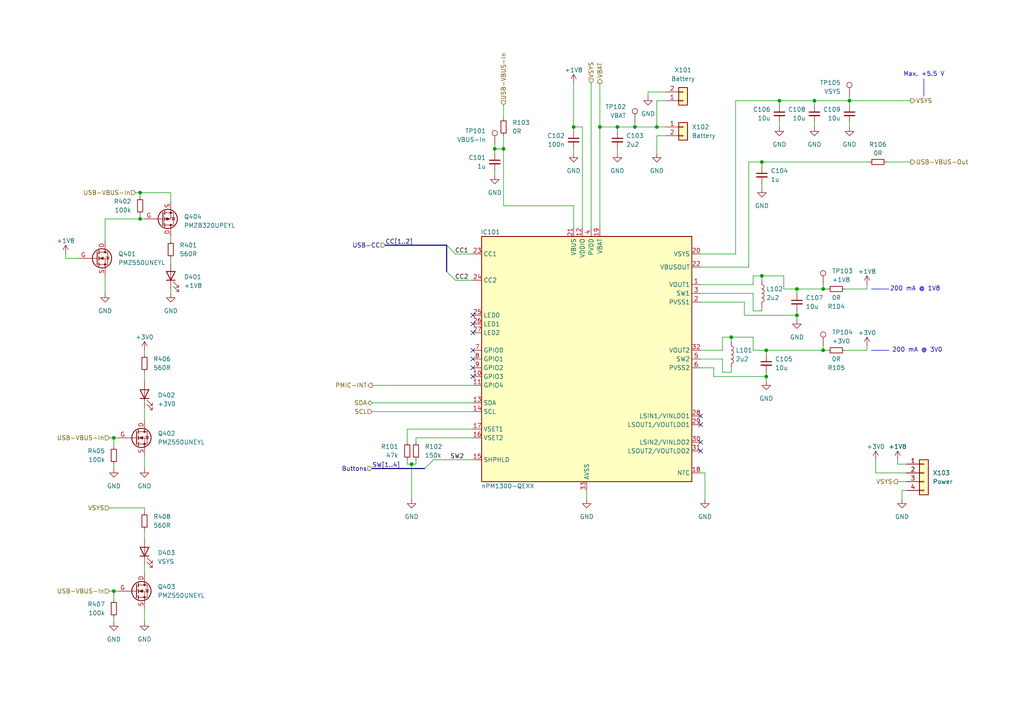
<source format=kicad_sch>
(kicad_sch (version 20250114) (generator "eeschema") (generator_version "9.0")
  (paper "A4")
  (title_block (title "Power-Management") (date "2025-07-13") (rev "${REVISION}") (company "${COMPANY}"))
  (lib_symbols
    (symbol "Connector:TestPoint" (pin_numbers (hide yes)) (pin_names (offset 0.762) (hide yes))
      (property "Reference" "TP" (at 0 6.858 0))
      (property "Value" "TestPoint" (at 0 5.08 0))
      (symbol "TestPoint_0_1"
        (circle (center 0 3.302) (radius 0.762))
      )
      (symbol "TestPoint_1_1"
        (pin passive line (at 0 0 90) (length 2.54) (name "1") (number "1"))
      )
    )
    (symbol "Connector_Generic:Conn_01x02" (pin_names (offset 1.016) (hide yes))
      (property "Reference" "J" (at 0 2.54 0))
      (property "Value" "Conn_01x02" (at 0 -5.08 0))
      (symbol "Conn_01x02_1_1"
        (rectangle (start -1.27 1.27) (end 1.27 -3.81) (stroke (width 0.254)) (fill (type background)))
        (rectangle (start -1.27 0.127) (end 0 -0.127) (stroke (width 0.1524)))
        (rectangle (start -1.27 -2.413) (end 0 -2.667) (stroke (width 0.1524)))
        (pin passive line (at -5.08 0 0) (length 3.81) (name "Pin_1") (number "1"))
        (pin passive line (at -5.08 -2.54 0) (length 3.81) (name "Pin_2") (number "2"))
      )
    )
    (symbol "Connector_Generic:Conn_01x04" (pin_names (offset 1.016) (hide yes))
      (property "Reference" "J" (at 0 5.08 0))
      (property "Value" "Conn_01x04" (at 0 -7.62 0))
      (symbol "Conn_01x04_1_1"
        (rectangle (start -1.27 3.81) (end 1.27 -6.35) (stroke (width 0.254)) (fill (type background)))
        (rectangle (start -1.27 2.667) (end 0 2.413) (stroke (width 0.1524)))
        (rectangle (start -1.27 0.127) (end 0 -0.127) (stroke (width 0.1524)))
        (rectangle (start -1.27 -2.413) (end 0 -2.667) (stroke (width 0.1524)))
        (rectangle (start -1.27 -4.953) (end 0 -5.207) (stroke (width 0.1524)))
        (pin passive line (at -5.08 2.54 0) (length 3.81) (name "Pin_1") (number "1"))
        (pin passive line (at -5.08 0 0) (length 3.81) (name "Pin_2") (number "2"))
        (pin passive line (at -5.08 -2.54 0) (length 3.81) (name "Pin_3") (number "3"))
        (pin passive line (at -5.08 -5.08 0) (length 3.81) (name "Pin_4") (number "4"))
      )
    )
    (symbol "Device:C_Small" (pin_numbers (hide yes)) (pin_names (offset 0.254) (hide yes))
      (property "Reference" "C" (at 0.254 1.778 0))
      (property "Value" "C_Small" (at 0.254 -2.032 0))
      (symbol "C_Small_0_1"
        (polyline (pts (xy -1.524 0.508) (xy 1.524 0.508)) (stroke (width 0.3048)))
        (polyline (pts (xy -1.524 -0.508) (xy 1.524 -0.508)) (stroke (width 0.3302)))
      )
      (symbol "C_Small_1_1"
        (pin passive line (at 0 2.54 270) (length 2.032) (name "~") (number "1"))
        (pin passive line (at 0 -2.54 90) (length 2.032) (name "~") (number "2"))
      )
    )
    (symbol "Device:L" (pin_numbers (hide yes)) (pin_names (offset 1.016) (hide yes))
      (property "Reference" "L" (at -1.27 0 90))
      (property "Value" "L" (at 1.905 0 90))
      (symbol "L_0_1"
        (arc (start 0 2.54) (mid 0.6323 1.905) (end 0 1.27))
        (arc (start 0 1.27) (mid 0.6323 0.635) (end 0 0))
        (arc (start 0 0) (mid 0.6323 -0.635) (end 0 -1.27))
        (arc (start 0 -1.27) (mid 0.6323 -1.905) (end 0 -2.54))
      )
      (symbol "L_1_1"
        (pin passive line (at 0 3.81 270) (length 1.27) (name "1") (number "1"))
        (pin passive line (at 0 -3.81 90) (length 1.27) (name "2") (number "2"))
      )
    )
    (symbol "Device:LED" (pin_numbers (hide yes)) (pin_names (offset 1.016) (hide yes))
      (property "Reference" "D" (at 0 2.54 0))
      (property "Value" "LED" (at 0 -2.54 0))
      (symbol "LED_0_1"
        (polyline (pts (xy -3.048 -0.762) (xy -4.572 -2.286) (xy -3.81 -2.286) (xy -4.572 -2.286) (xy -4.572 -1.524)))
        (polyline (pts (xy -1.778 -0.762) (xy -3.302 -2.286) (xy -2.54 -2.286) (xy -3.302 -2.286) (xy -3.302 -1.524)))
        (polyline (pts (xy -1.27 0) (xy 1.27 0)))
        (polyline (pts (xy -1.27 -1.27) (xy -1.27 1.27)) (stroke (width 0.254)))
        (polyline (pts (xy 1.27 -1.27) (xy 1.27 1.27) (xy -1.27 0) (xy 1.27 -1.27)) (stroke (width 0.254)))
      )
      (symbol "LED_1_1"
        (pin passive line (at -3.81 0 0) (length 2.54) (name "K") (number "1"))
        (pin passive line (at 3.81 0 180) (length 2.54) (name "A") (number "2"))
      )
    )
    (symbol "Device:R_Small" (pin_numbers (hide yes)) (pin_names (offset 0.254) (hide yes))
      (property "Reference" "R" (at 0.762 0.508 0))
      (property "Value" "R_Small" (at 0.762 -1.016 0))
      (symbol "R_Small_0_1"
        (rectangle (start -0.762 1.778) (end 0.762 -1.778) (stroke (width 0.2032)))
      )
      (symbol "R_Small_1_1"
        (pin passive line (at 0 2.54 270) (length 0.762) (name "~") (number "1"))
        (pin passive line (at 0 -2.54 90) (length 0.762) (name "~") (number "2"))
      )
    )
    (symbol "Nexperia:PMZ550UNE" (pin_names (hide yes))
      (property "Reference" "Q" (at 6.35 1.2701 0))
      (property "Value" "PMZ550UNE" (at 6.35 -1.2699 0))
      (symbol "PMZ550UNE_0_1"
        (polyline (pts (xy 0.254 1.905) (xy 0.254 -1.905)) (stroke (width 0.254)))
        (polyline (pts (xy 0.254 0) (xy -2.54 0)))
        (polyline (pts (xy 0.762 2.286) (xy 0.762 1.27)) (stroke (width 0.254)))
        (polyline (pts (xy 0.762 0.508) (xy 0.762 -0.508)) (stroke (width 0.254)))
        (polyline (pts (xy 0.762 -1.27) (xy 0.762 -2.286)) (stroke (width 0.254)))
        (polyline (pts (xy 0.762 -1.778) (xy 3.302 -1.778) (xy 3.302 1.778) (xy 0.762 1.778)))
        (polyline (pts (xy 1.016 0) (xy 2.032 0.381) (xy 2.032 -0.381) (xy 1.016 0)) (fill (type outline)))
        (circle (center 1.651 0) (radius 2.794) (stroke (width 0.254)))
        (polyline (pts (xy 2.54 2.54) (xy 2.54 1.778)))
        (circle (center 2.54 1.778) (radius 0.254) (fill (type outline)))
        (circle (center 2.54 -1.778) (radius 0.254) (fill (type outline)))
        (polyline (pts (xy 2.54 -2.54) (xy 2.54 0) (xy 0.762 0)))
        (polyline (pts (xy 2.794 0.508) (xy 2.921 0.381) (xy 3.683 0.381) (xy 3.81 0.254)))
        (polyline (pts (xy 3.302 0.381) (xy 2.921 -0.254) (xy 3.683 -0.254) (xy 3.302 0.381)))
      )
      (symbol "PMZ550UNE_1_1"
        (pin input line (at -5.08 0 0) (length 2.54) (name "G") (number "G"))
        (pin passive line (at 2.54 5.08 270) (length 2.54) (name "D") (number "D"))
        (pin passive line (at 2.54 -5.08 90) (length 2.54) (name "S") (number "S"))
      )
    )
    (symbol "Nexperia:PMZB320UPE" (pin_names (hide yes))
      (property "Reference" "Q" (at 2.54 1.905 0))
      (property "Value" "PMZB320UPE" (at -6.35 0 0))
      (symbol "PMZB320UPE_0_1"
        (polyline (pts (xy -2.286 1.905) (xy -2.286 -1.905)) (stroke (width 0.254)))
        (polyline (pts (xy -2.286 0) (xy -5.08 0)))
        (polyline (pts (xy -1.778 2.286) (xy -1.778 1.27)) (stroke (width 0.254)))
        (polyline (pts (xy -1.778 1.778) (xy 0.762 1.778) (xy 0.762 -1.778) (xy -1.778 -1.778)))
        (polyline (pts (xy -1.778 0.508) (xy -1.778 -0.508)) (stroke (width 0.254)))
        (polyline (pts (xy -1.778 -1.27) (xy -1.778 -2.286)) (stroke (width 0.254)))
        (circle (center -0.889 0) (radius 2.794) (stroke (width 0.254)))
        (polyline (pts (xy -0.254 0) (xy -1.27 0.381) (xy -1.27 -0.381) (xy -0.254 0)) (fill (type outline)))
        (polyline (pts (xy 0 2.54) (xy 0 1.778)))
        (circle (center 0 1.778) (radius 0.254) (fill (type outline)))
        (circle (center 0 -1.778) (radius 0.254) (fill (type outline)))
        (polyline (pts (xy 0 -2.54) (xy 0 0) (xy -1.778 0)))
        (polyline (pts (xy 0.254 -0.508) (xy 0.381 -0.381) (xy 1.143 -0.381) (xy 1.27 -0.254)))
        (polyline (pts (xy 0.762 -0.381) (xy 0.381 0.254) (xy 1.143 0.254) (xy 0.762 -0.381)))
      )
      (symbol "PMZB320UPE_1_1"
        (pin input line (at -7.62 0 0) (length 2.54) (name "G") (number "G"))
        (pin passive line (at 0 5.08 270) (length 2.54) (name "D") (number "D"))
        (pin passive line (at 0 -5.08 90) (length 2.54) (name "S") (number "S"))
      )
    )
    (symbol "Nordic:nPM1300-QEXX"
      (property "Reference" "IC" (at -29.845 36.83 0))
      (property "Value" "nPM1300-QEXX" (at -22.86 -36.83 0))
      (symbol "nPM1300-QEXX_1_0"
        (pin input line (at -33.02 30.48 0) (length 2.54) (name "CC1") (number "23"))
        (pin input line (at -33.02 22.86 0) (length 2.54) (name "CC2") (number "24"))
        (pin output line (at -33.02 12.7 0) (length 2.54) (name "LED0") (number "25"))
        (pin output line (at -33.02 10.16 0) (length 2.54) (name "LED1") (number "26"))
        (pin output line (at -33.02 7.62 0) (length 2.54) (name "LED2") (number "27"))
        (pin bidirectional line (at -33.02 2.54 0) (length 2.54) (name "GPIO0") (number "7"))
        (pin bidirectional line (at -33.02 0 0) (length 2.54) (name "GPIO1") (number "8"))
        (pin bidirectional line (at -33.02 -2.54 0) (length 2.54) (name "GPIO2") (number "9"))
        (pin bidirectional line (at -33.02 -5.08 0) (length 2.54) (name "GPIO3") (number "10"))
        (pin bidirectional line (at -33.02 -7.62 0) (length 2.54) (name "GPIO4") (number "11"))
        (pin bidirectional line (at -33.02 -12.7 0) (length 2.54) (name "SDA") (number "13"))
        (pin input line (at -33.02 -15.24 0) (length 2.54) (name "SCL") (number "14"))
        (pin input line (at -33.02 -20.32 0) (length 2.54) (name "VSET1") (number "17"))
        (pin input line (at -33.02 -22.86 0) (length 2.54) (name "VSET2") (number "16"))
        (pin input line (at -33.02 -29.21 0) (length 2.54) (name "SHPHLD") (number "15"))
        (pin power_in line (at -3.81 38.1 270) (length 2.54) (name "VBUS") (number "21"))
        (pin power_in line (at -1.27 38.1 270) (length 2.54) (name "VDDIO") (number "12"))
        (pin passive line (at 0 -38.1 90) (length 2.54) (name "AVSS") (number "33"))
        (pin power_in line (at 1.27 38.1 270) (length 2.54) (name "PVDD") (number "4"))
        (pin power_in line (at 3.81 38.1 270) (length 2.54) (name "VBAT") (number "19"))
        (pin power_out line (at 33.02 30.48 180) (length 2.54) (name "VSYS") (number "20"))
        (pin power_out line (at 33.02 26.67 180) (length 2.54) (name "VBUSOUT") (number "22"))
        (pin power_out line (at 33.02 21.59 180) (length 2.54) (name "VOUT1") (number "1"))
        (pin input line (at 33.02 19.05 180) (length 2.54) (name "SW1") (number "3"))
        (pin input line (at 33.02 16.51 180) (length 2.54) (name "PVSS1") (number "2"))
        (pin power_out line (at 33.02 2.54 180) (length 2.54) (name "VOUT2") (number "32"))
        (pin input line (at 33.02 0 180) (length 2.54) (name "SW2") (number "5"))
        (pin input line (at 33.02 -2.54 180) (length 2.54) (name "PVSS2") (number "6"))
        (pin bidirectional line (at 33.02 -16.51 180) (length 2.54) (name "LSIN1/VINLDO1") (number "28"))
        (pin bidirectional line (at 33.02 -19.05 180) (length 2.54) (name "LSOUT1/VOUTLDO1") (number "29"))
        (pin bidirectional line (at 33.02 -24.13 180) (length 2.54) (name "LSIN2/VINLDO2") (number "30"))
        (pin bidirectional line (at 33.02 -26.67 180) (length 2.54) (name "LSOUT2/VOUTLDO2") (number "31"))
        (pin input line (at 33.02 -33.02 180) (length 2.54) (name "NTC") (number "18"))
      )
      (symbol "nPM1300-QEXX_1_1"
        (rectangle (start -30.48 35.56) (end 30.48 -35.56) (stroke (width 0.254)) (fill (type background)))
      )
    )
    (symbol "power:+1V8" (power) (pin_names (offset 0))
      (property "Value" "+1V8" (at 0 3.556 0))
      (symbol "+1V8_0_1"
        (polyline (pts (xy -0.762 1.27) (xy 0 2.54)))
        (polyline (pts (xy 0 2.54) (xy 0.762 1.27)))
        (polyline (pts (xy 0 0) (xy 0 2.54)))
      )
      (symbol "+1V8_1_1"
        (pin power_in line (at 0 0 90) (length 0) (hide yes) (name "+1V8") (number "1"))
      )
    )
    (symbol "power:+3V0" (power) (pin_names (offset 0))
      (property "Value" "+3V0" (at 0 3.556 0))
      (symbol "+3V0_0_1"
        (polyline (pts (xy -0.762 1.27) (xy 0 2.54)))
        (polyline (pts (xy 0 2.54) (xy 0.762 1.27)))
        (polyline (pts (xy 0 0) (xy 0 2.54)))
      )
      (symbol "+3V0_1_1"
        (pin power_in line (at 0 0 90) (length 0) (hide yes) (name "+3V0") (number "1"))
      )
    )
    (symbol "power:GND" (power) (pin_names (offset 0))
      (property "Value" "GND" (at 0 -3.81 0))
      (symbol "GND_0_1"
        (polyline (pts (xy 0 0) (xy 0 -1.27) (xy 1.27 -1.27) (xy 0 -2.54) (xy -1.27 -1.27) (xy 0 -1.27)))
      )
      (symbol "GND_1_1"
        (pin power_in line (at 0 0 270) (length 0) (hide yes) (name "GND") (number "1"))
      )
    )
  )
  (text "200 mA @ 1V8" (at 265.43 83.82 0) (effects (font (size 1.27 1.27))))
  (text "Max. +5.5 V" (at 267.97 21.59 0) (effects (font (size 1.27 1.27))))
  (text "200 mA @ 3V0" (at 266.065 101.6 0) (effects (font (size 1.27 1.27))))
  (junction (at 226.06 29.21))
  (junction (at 220.98 80.01))
  (junction (at 231.14 83.82))
  (junction (at 166.37 36.83))
  (junction (at 220.98 46.99))
  (junction (at 238.76 83.82))
  (junction (at 146.05 43.18))
  (junction (at 236.22 29.21))
  (junction (at 190.5 36.83))
  (junction (at 119.38 134.62))
  (junction (at 184.15 36.83))
  (junction (at 40.64 55.88))
  (junction (at 238.76 101.6))
  (junction (at 179.07 36.83))
  (junction (at 231.14 91.44))
  (junction (at 173.99 36.83))
  (junction (at 246.38 29.21))
  (junction (at 222.25 109.22))
  (junction (at 143.51 43.18))
  (junction (at 33.02 171.45))
  (junction (at 40.64 63.5))
  (junction (at 222.25 101.6))
  (junction (at 33.02 127))
  (junction (at 212.09 97.79))
  (no_connect (at 137.16 96.52))
  (no_connect (at 137.16 109.22))
  (no_connect (at 137.16 104.14))
  (no_connect (at 203.2 130.81))
  (no_connect (at 137.16 93.98))
  (no_connect (at 137.16 106.68))
  (no_connect (at 203.2 120.65))
  (no_connect (at 137.16 91.44))
  (no_connect (at 137.16 101.6))
  (no_connect (at 203.2 128.27))
  (no_connect (at 203.2 123.19))
  (bus_entry (at 123.19 135.89) (size 2.54 -2.54))
  (bus_entry (at 132.08 81.28) (size -2.54 -2.54))
  (bus_entry (at 132.08 73.66) (size -2.54 -2.54))
  (wire (pts (xy 33.02 134.62) (xy 33.02 135.89)))
  (wire (pts (xy 218.44 97.79) (xy 218.44 101.6)))
  (wire (pts (xy 119.38 134.62) (xy 119.38 144.78)))
  (wire (pts (xy 179.07 36.83) (xy 179.07 38.1)))
  (wire (pts (xy 238.76 101.6) (xy 238.76 100.33)))
  (wire (pts (xy 246.38 29.21) (xy 246.38 30.48)))
  (wire (pts (xy 33.02 127) (xy 33.02 129.54)))
  (wire (pts (xy 209.55 107.95) (xy 212.09 107.95)))
  (wire (pts (xy 173.99 36.83) (xy 173.99 66.04)))
  (wire (pts (xy 246.38 35.56) (xy 246.38 36.83)))
  (wire (pts (xy 184.15 35.56) (xy 184.15 36.83)))
  (wire (pts (xy 203.2 137.16) (xy 204.47 137.16)))
  (wire (pts (xy 30.48 80.01) (xy 30.48 85.09)))
  (wire (pts (xy 227.33 80.01) (xy 227.33 83.82)))
  (wire (pts (xy 107.95 111.76) (xy 137.16 111.76)))
  (wire (pts (xy 218.44 80.01) (xy 220.98 80.01)))
  (wire (pts (xy 222.25 107.95) (xy 222.25 109.22)))
  (wire (pts (xy 203.2 77.47) (xy 217.17 77.47)))
  (wire (pts (xy 251.46 101.6) (xy 251.46 100.33)))
  (wire (pts (xy 254 137.16) (xy 254 133.35)))
  (wire (pts (xy 220.98 46.99) (xy 220.98 48.26)))
  (wire (pts (xy 33.02 171.45) (xy 33.02 173.99)))
  (wire (pts (xy 31.75 171.45) (xy 33.02 171.45)))
  (wire (pts (xy 207.01 109.22) (xy 222.25 109.22)))
  (wire (pts (xy 231.14 83.82) (xy 231.14 85.09)))
  (wire (pts (xy 41.91 176.53) (xy 41.91 180.34)))
  (wire (pts (xy 187.96 26.67) (xy 193.04 26.67)))
  (wire (pts (xy 41.91 118.11) (xy 41.91 121.92)))
  (wire (pts (xy 262.89 137.16) (xy 254 137.16)))
  (wire (pts (xy 31.75 127) (xy 33.02 127)))
  (wire (pts (xy 132.08 73.66) (xy 137.16 73.66)))
  (wire (pts (xy 40.64 63.5) (xy 40.64 62.23)))
  (wire (pts (xy 118.11 133.35) (xy 118.11 134.62)))
  (wire (pts (xy 184.15 36.83) (xy 190.5 36.83)))
  (wire (pts (xy 143.51 43.18) (xy 143.51 44.45)))
  (wire (pts (xy 212.09 107.95) (xy 212.09 106.68)))
  (wire (pts (xy 238.76 83.82) (xy 240.03 83.82)))
  (wire (pts (xy 213.36 29.21) (xy 213.36 73.66)))
  (wire (pts (xy 173.99 36.83) (xy 179.07 36.83)))
  (bus (pts (xy 111.76 71.12) (xy 129.54 71.12)))
  (wire (pts (xy 220.98 53.34) (xy 220.98 54.61)))
  (wire (pts (xy 119.38 134.62) (xy 120.65 134.62)))
  (wire (pts (xy 166.37 59.69) (xy 166.37 66.04)))
  (wire (pts (xy 231.14 83.82) (xy 238.76 83.82)))
  (wire (pts (xy 215.9 91.44) (xy 231.14 91.44)))
  (wire (pts (xy 222.25 109.22) (xy 222.25 110.49)))
  (wire (pts (xy 203.2 106.68) (xy 207.01 106.68)))
  (wire (pts (xy 107.95 116.84) (xy 137.16 116.84)))
  (wire (pts (xy 166.37 43.18) (xy 166.37 44.45)))
  (polyline (pts (xy 252.73 83.82) (xy 254 83.82)))
  (wire (pts (xy 218.44 101.6) (xy 222.25 101.6)))
  (wire (pts (xy 226.06 29.21) (xy 213.36 29.21)))
  (wire (pts (xy 143.51 49.53) (xy 143.51 50.8)))
  (wire (pts (xy 246.38 29.21) (xy 264.16 29.21)))
  (wire (pts (xy 41.91 153.67) (xy 41.91 156.21)))
  (wire (pts (xy 209.55 101.6) (xy 209.55 97.79)))
  (wire (pts (xy 187.96 26.67) (xy 187.96 27.94)))
  (wire (pts (xy 209.55 97.79) (xy 212.09 97.79)))
  (wire (pts (xy 245.11 83.82) (xy 251.46 83.82)))
  (wire (pts (xy 203.2 87.63) (xy 215.9 87.63)))
  (wire (pts (xy 218.44 85.09) (xy 218.44 90.17)))
  (wire (pts (xy 49.53 55.88) (xy 49.53 58.42)))
  (wire (pts (xy 204.47 137.16) (xy 204.47 144.78)))
  (wire (pts (xy 41.91 107.95) (xy 41.91 110.49)))
  (bus (pts (xy 129.54 78.74) (xy 129.54 71.12)))
  (wire (pts (xy 260.35 139.7) (xy 262.89 139.7)))
  (wire (pts (xy 19.05 74.93) (xy 22.86 74.93)))
  (wire (pts (xy 120.65 127) (xy 120.65 128.27)))
  (wire (pts (xy 245.11 101.6) (xy 251.46 101.6)))
  (wire (pts (xy 170.18 142.24) (xy 170.18 144.78)))
  (polyline (pts (xy 254 83.82) (xy 257.81 83.82)))
  (wire (pts (xy 146.05 59.69) (xy 166.37 59.69)))
  (wire (pts (xy 193.04 29.21) (xy 190.5 29.21)))
  (wire (pts (xy 262.89 142.24) (xy 261.62 142.24)))
  (wire (pts (xy 217.17 46.99) (xy 220.98 46.99)))
  (wire (pts (xy 34.29 171.45) (xy 33.02 171.45)))
  (wire (pts (xy 40.64 63.5) (xy 30.48 63.5)))
  (wire (pts (xy 226.06 29.21) (xy 226.06 30.48)))
  (wire (pts (xy 41.91 147.32) (xy 41.91 148.59)))
  (wire (pts (xy 146.05 30.48) (xy 146.05 34.29)))
  (wire (pts (xy 226.06 29.21) (xy 236.22 29.21)))
  (wire (pts (xy 203.2 82.55) (xy 218.44 82.55)))
  (wire (pts (xy 203.2 101.6) (xy 209.55 101.6)))
  (wire (pts (xy 220.98 90.17) (xy 220.98 88.9)))
  (wire (pts (xy 143.51 43.18) (xy 146.05 43.18)))
  (wire (pts (xy 226.06 35.56) (xy 226.06 36.83)))
  (wire (pts (xy 39.37 55.88) (xy 40.64 55.88)))
  (wire (pts (xy 41.91 163.83) (xy 41.91 166.37)))
  (wire (pts (xy 118.11 134.62) (xy 119.38 134.62)))
  (wire (pts (xy 222.25 101.6) (xy 238.76 101.6)))
  (wire (pts (xy 262.89 134.62) (xy 260.35 134.62)))
  (wire (pts (xy 218.44 82.55) (xy 218.44 80.01)))
  (wire (pts (xy 49.53 74.93) (xy 49.53 76.2)))
  (wire (pts (xy 260.35 134.62) (xy 260.35 133.35)))
  (wire (pts (xy 236.22 29.21) (xy 246.38 29.21)))
  (wire (pts (xy 203.2 73.66) (xy 213.36 73.66)))
  (wire (pts (xy 125.73 133.35) (xy 137.16 133.35)))
  (wire (pts (xy 107.95 119.38) (xy 137.16 119.38)))
  (wire (pts (xy 137.16 127) (xy 120.65 127)))
  (wire (pts (xy 212.09 97.79) (xy 218.44 97.79)))
  (wire (pts (xy 40.64 55.88) (xy 49.53 55.88)))
  (wire (pts (xy 166.37 24.13) (xy 166.37 36.83)))
  (wire (pts (xy 227.33 83.82) (xy 231.14 83.82)))
  (polyline (pts (xy 252.73 101.6) (xy 254 101.6)))
  (wire (pts (xy 41.91 101.6) (xy 41.91 102.87)))
  (wire (pts (xy 146.05 39.37) (xy 146.05 43.18)))
  (wire (pts (xy 33.02 179.07) (xy 33.02 180.34)))
  (wire (pts (xy 207.01 106.68) (xy 207.01 109.22)))
  (polyline (pts (xy 267.97 22.86) (xy 267.97 27.94)))
  (wire (pts (xy 31.75 147.32) (xy 41.91 147.32)))
  (wire (pts (xy 190.5 36.83) (xy 193.04 36.83)))
  (wire (pts (xy 220.98 46.99) (xy 252.095 46.99)))
  (wire (pts (xy 212.09 97.79) (xy 212.09 99.06)))
  (wire (pts (xy 118.11 124.46) (xy 118.11 128.27)))
  (wire (pts (xy 40.64 55.88) (xy 40.64 57.15)))
  (wire (pts (xy 120.65 134.62) (xy 120.65 133.35)))
  (wire (pts (xy 190.5 39.37) (xy 190.5 44.45)))
  (wire (pts (xy 166.37 38.1) (xy 166.37 36.83)))
  (wire (pts (xy 261.62 142.24) (xy 261.62 144.78)))
  (wire (pts (xy 41.91 63.5) (xy 40.64 63.5)))
  (wire (pts (xy 179.07 36.83) (xy 184.15 36.83)))
  (wire (pts (xy 41.91 132.08) (xy 41.91 135.89)))
  (wire (pts (xy 34.29 127) (xy 33.02 127)))
  (wire (pts (xy 222.25 101.6) (xy 222.25 102.87)))
  (wire (pts (xy 238.76 83.82) (xy 238.76 82.55)))
  (wire (pts (xy 143.51 41.91) (xy 143.51 43.18)))
  (wire (pts (xy 251.46 83.82) (xy 251.46 82.55)))
  (wire (pts (xy 236.22 29.21) (xy 236.22 30.48)))
  (wire (pts (xy 238.76 101.6) (xy 240.03 101.6)))
  (wire (pts (xy 236.22 35.56) (xy 236.22 36.83)))
  (wire (pts (xy 179.07 43.18) (xy 179.07 44.45)))
  (wire (pts (xy 190.5 29.21) (xy 190.5 36.83)))
  (wire (pts (xy 231.14 90.17) (xy 231.14 91.44)))
  (wire (pts (xy 203.2 104.14) (xy 209.55 104.14)))
  (wire (pts (xy 257.175 46.99) (xy 264.16 46.99)))
  (bus (pts (xy 107.95 135.89) (xy 123.19 135.89)))
  (wire (pts (xy 220.98 80.01) (xy 220.98 81.28)))
  (wire (pts (xy 30.48 63.5) (xy 30.48 69.85)))
  (wire (pts (xy 217.17 46.99) (xy 217.17 77.47)))
  (wire (pts (xy 49.53 68.58) (xy 49.53 69.85)))
  (wire (pts (xy 209.55 104.14) (xy 209.55 107.95)))
  (wire (pts (xy 137.16 124.46) (xy 118.11 124.46)))
  (wire (pts (xy 166.37 36.83) (xy 168.91 36.83)))
  (wire (pts (xy 220.98 80.01) (xy 227.33 80.01)))
  (wire (pts (xy 246.38 27.94) (xy 246.38 29.21)))
  (wire (pts (xy 132.08 81.28) (xy 137.16 81.28)))
  (wire (pts (xy 168.91 36.83) (xy 168.91 66.04)))
  (wire (pts (xy 49.53 83.82) (xy 49.53 85.09)))
  (wire (pts (xy 173.99 24.13) (xy 173.99 36.83)))
  (wire (pts (xy 193.04 39.37) (xy 190.5 39.37)))
  (wire (pts (xy 203.2 85.09) (xy 218.44 85.09)))
  (wire (pts (xy 215.9 87.63) (xy 215.9 91.44)))
  (wire (pts (xy 19.05 74.93) (xy 19.05 73.66)))
  (wire (pts (xy 146.05 59.69) (xy 146.05 43.18)))
  (wire (pts (xy 231.14 91.44) (xy 231.14 92.71)))
  (wire (pts (xy 218.44 90.17) (xy 220.98 90.17)))
  (polyline (pts (xy 254 101.6) (xy 257.81 101.6)))
  (wire (pts (xy 171.45 66.04) (xy 171.45 24.13)))
  (label "SW[1..4]" (at 107.95 135.89 0))
  (label "CC[1..2]" (at 111.76 71.12 0))
  (label "CC1" (at 135.89 73.66 180))
  (label "CC2" (at 135.89 81.28 180))
  (label "SW2" (at 134.62 133.35 180))
  (hierarchical_label "USB-CC" (shape input) (at 111.76 71.12 180))
  (hierarchical_label "VSYS" (shape output) (at 264.16 29.21 0))
  (hierarchical_label "VBAT" (shape output) (at 173.99 24.13 90))
  (hierarchical_label "USB-VBUS-Out" (shape output) (at 264.16 46.99 0))
  (hierarchical_label "SCL" (shape input) (at 107.95 119.38 180))
  (hierarchical_label "USB-VBUS-In" (shape input) (at 31.75 171.45 180))
  (hierarchical_label "USB-VBUS-In" (shape input) (at 31.75 127 180))
  (hierarchical_label "Buttons" (shape input) (at 107.95 135.89 180))
  (hierarchical_label "VSYS" (shape output) (at 260.35 139.7 180))
  (hierarchical_label "VSYS" (shape input) (at 31.75 147.32 180))
  (hierarchical_label "SDA" (shape bidirectional) (at 107.95 116.84 180))
  (hierarchical_label "USB-VBUS-In" (shape input) (at 146.05 30.48 90))
  (hierarchical_label "VSYS" (shape input) (at 171.45 24.13 90))
  (hierarchical_label "PMIC-INT" (shape output) (at 107.95 111.76 180))
  (hierarchical_label "USB-VBUS-In" (shape input) (at 39.37 55.88 180))
  (symbol (lib_id "Device:R_Small") (at 254.635 46.99 90) (mirror x) (unit 1)
    (property "Reference" "R106" (at 254.635 41.91 90))
    (property "Value" "0R" (at 254.635 44.45 90))
    (property "Footprint" "Resistor_SMD:R_0805_2012Metric" (effects (hide yes)))
    (property "Datasheet" "https://www.mouser.de/datasheet/2/54/cr-1858361.pdf" (effects (hide yes)))
    (property "manf" "Bourns" (effects (hide yes)))
    (property "manf#" "CR0805-J/-000ELF" (effects (hide yes)))
    (property "mouser#" "652-CR0805-J/-000ELF" (effects (hide yes)))
  )
  (symbol (lib_id "Device:C_Small") (at 220.98 50.8 0) (mirror y) (unit 1)
    (property "Reference" "C104" (at 223.52 49.5363 0) (effects (justify right)))
    (property "Value" "1u" (at 223.52 52.0763 0) (effects (justify right)))
    (property "Footprint" "Capacitor_SMD:C_0402_1005Metric" (effects (hide yes)))
    (property "Datasheet" "https://www.mouser.de/datasheet/2/40/cx5r_KGM-3223198.pdf" (effects (hide yes)))
    (property "manf" "KYOCERA AVX" (effects (hide yes)))
    (property "manf#" "04023D105KAT2A" (effects (hide yes)))
    (property "mouser#" "581-04023D105KAT2A" (effects (hide yes)))
  )
  (symbol (lib_id "power:GND") (at 222.25 110.49 0) (unit 1)
    (property "Reference" "#PWR0111" (effects (hide yes)))
    (property "Value" "GND" (at 222.25 115.57 0))
  )
  (symbol (lib_id "Device:L") (at 212.09 102.87 0) (unit 1)
    (property "Reference" "L101" (at 213.36 101.6 0) (effects (justify left)))
    (property "Value" "2u2" (at 213.36 104.14 0) (effects (justify left)))
    (property "Footprint" "Inductor_SMD_Kampi:L_0806_2016" (effects (hide yes)))
    (property "Datasheet" "https://www.mouser.de/datasheet/2/3/ASMPH_0806-3317972.pdf" (effects (hide yes)))
    (property "manf" "ABRACON" (effects (hide yes)))
    (property "manf#" "ASMPH-0806-2R2M-T" (effects (hide yes)))
    (property "mouser#" "815-ASMPH-0806-2R2M-T" (effects (hide yes)))
  )
  (symbol (lib_id "Device:C_Small") (at 143.51 46.99 0) (unit 1)
    (property "Reference" "C101" (at 140.97 45.7263 0) (effects (justify right)))
    (property "Value" "1u" (at 140.97 48.2663 0) (effects (justify right)))
    (property "Footprint" "Capacitor_SMD:C_0402_1005Metric" (effects (hide yes)))
    (property "Datasheet" "https://www.mouser.de/datasheet/2/40/cx5r_KGM-3223198.pdf" (effects (hide yes)))
    (property "manf" "KYOCERA AVX" (effects (hide yes)))
    (property "manf#" "04023D105KAT2A" (effects (hide yes)))
    (property "mouser#" "581-04023D105KAT2A" (effects (hide yes)))
  )
  (symbol (lib_id "Device:C_Small") (at 222.25 105.41 0) (mirror y) (unit 1)
    (property "Reference" "C105" (at 224.79 104.1463 0) (effects (justify right)))
    (property "Value" "10u" (at 224.79 106.6863 0) (effects (justify right)))
    (property "Footprint" "Capacitor_SMD:C_0402_1005Metric" (effects (hide yes)))
    (property "Datasheet" "https://www.mouser.de/datasheet/2/281/1/GRJ155R60J106ME11_02A-3154972.pdf" (effects (hide yes)))
    (property "manf" "Murata Electronics" (effects (hide yes)))
    (property "manf#" "GRJ155R60J106ME11D" (effects (hide yes)))
    (property "mouser#" "81-GRJ155R60J106ME11D" (effects (hide yes)))
  )
  (symbol (lib_id "Device:R_Small") (at 33.02 176.53 0) (unit 1)
    (property "Reference" "R407" (at 30.48 175.2599 0) (effects (justify right)))
    (property "Value" "100k" (at 30.48 177.7999 0) (effects (justify right)))
    (property "Footprint" "Resistor_SMD:R_0402_1005Metric" (effects (hide yes)))
    (property "Datasheet" "https://www.mouser.de/datasheet/2/447/YAGEO_PYu_RC_Group_51_RoHS_L_12-3313492.pdf" (effects (hide yes)))
    (property "manf" "YAGEO" (effects (hide yes)))
    (property "manf#" "RC0404FR-07100KL" (effects (hide yes)))
    (property "mouser#" "603-RC0404FR-07100KL" (effects (hide yes)))
  )
  (symbol (lib_id "Device:R_Small") (at 120.65 130.81 180) (unit 1)
    (property "Reference" "R102" (at 123.19 129.54 0) (effects (justify right)))
    (property "Value" "150k" (at 123.19 132.08 0) (effects (justify right)))
    (property "Footprint" "Resistor_SMD:R_0402_1005Metric" (effects (hide yes)))
    (property "Datasheet" "https://www.mouser.de/datasheet/2/447/YAGEO_PYu_RC_Group_51_RoHS_L_12-3313492.pdf" (effects (hide yes)))
    (property "manf" "YAGEO" (effects (hide yes)))
    (property "manf#" "RC0402FR-07150KL" (effects (hide yes)))
    (property "mouser#" "603-RC0402FR-07150KL" (effects (hide yes)))
  )
  (symbol (lib_id "Connector:TestPoint") (at 143.51 41.91 0) (mirror y) (unit 1) (in_bom no)
    (property "Reference" "TP101" (at 140.97 37.973 0) (effects (justify left)))
    (property "Value" "VBUS-In" (at 140.97 40.513 0) (effects (justify left)))
    (property "Footprint" "TestPoint:TestPoint_Pad_D1.0mm" (effects (hide yes)))
  )
  (symbol (lib_id "Device:LED") (at 41.91 114.3 90) (unit 1)
    (property "Reference" "D402" (at 45.72 114.6174 90) (effects (justify right)))
    (property "Value" "+3V0" (at 45.72 117.1574 90) (effects (justify right)))
    (property "Footprint" "LED_SMD:LED_0402_1005Metric" (effects (hide yes)))
    (property "Datasheet" "https://www.mouser.de/datasheet/2/244/LUMXS09146_1-2551620.pdf" (effects (hide yes)))
    (property "Description" "Light emitting diode" (effects (hide yes)))
    (property "manf" "SML-LX0402SUGC-TR" (effects (hide yes)))
    (property "manf#" "Lumex" (effects (hide yes)))
    (property "mouser#" "696-SML-LX0402SUGCTR" (effects (hide yes)))
  )
  (symbol (lib_id "power:+1V8") (at 166.37 24.13 0) (unit 1)
    (property "Reference" "#PWR0103" (effects (hide yes)))
    (property "Value" "+1V8" (at 166.37 20.32 0))
  )
  (symbol (lib_id "Device:C_Small") (at 231.14 87.63 0) (mirror y) (unit 1)
    (property "Reference" "C107" (at 233.68 86.3663 0) (effects (justify right)))
    (property "Value" "10u" (at 233.68 88.9063 0) (effects (justify right)))
    (property "Footprint" "Capacitor_SMD:C_0402_1005Metric" (effects (hide yes)))
    (property "Datasheet" "https://www.mouser.de/datasheet/2/281/1/GRJ155R60J106ME11_02A-3154972.pdf" (effects (hide yes)))
    (property "manf" "Murata Electronics" (effects (hide yes)))
    (property "manf#" "GRJ155R60J106ME11D" (effects (hide yes)))
    (property "mouser#" "81-GRJ155R60J106ME11D" (effects (hide yes)))
  )
  (symbol (lib_id "power:GND") (at 236.22 36.83 0) (unit 1)
    (property "Reference" "#PWR0114" (effects (hide yes)))
    (property "Value" "GND" (at 236.22 41.91 0))
  )
  (symbol (lib_id "Device:R_Small") (at 146.05 36.83 0) (mirror y) (unit 1)
    (property "Reference" "R103" (at 148.59 35.5599 0) (effects (justify right)))
    (property "Value" "0R" (at 148.59 38.0999 0) (effects (justify right)))
    (property "Footprint" "Resistor_SMD:R_0805_2012Metric" (effects (hide yes)))
    (property "Datasheet" "https://www.mouser.de/datasheet/2/54/cr-1858361.pdf" (effects (hide yes)))
    (property "manf" "Bourns" (effects (hide yes)))
    (property "manf#" "CR0805-J/-000ELF" (effects (hide yes)))
    (property "mouser#" "652-CR0805-J/-000ELF" (effects (hide yes)))
  )
  (symbol (lib_id "power:GND") (at 33.02 135.89 0) (unit 1)
    (property "Reference" "#PWR0408" (effects (hide yes)))
    (property "Value" "GND" (at 33.02 140.97 0))
  )
  (symbol (lib_id "Device:R_Small") (at 118.11 130.81 0) (mirror x) (unit 1)
    (property "Reference" "R101" (at 115.57 129.54 0) (effects (justify right)))
    (property "Value" "47k" (at 115.57 132.08 0) (effects (justify right)))
    (property "Footprint" "Resistor_SMD:R_0402_1005Metric" (effects (hide yes)))
    (property "Datasheet" "https://www.mouser.de/datasheet/2/447/YAGEO_PYu_RC_Group_51_RoHS_L_12-3313492.pdf" (effects (hide yes)))
    (property "manf" "YAGEO" (effects (hide yes)))
    (property "manf#" "RC0402FR-0747KL" (effects (hide yes)))
    (property "mouser#" "603-RC0402FR-0747KL" (effects (hide yes)))
  )
  (symbol (lib_id "Device:R_Small") (at 33.02 132.08 0) (unit 1)
    (property "Reference" "R405" (at 30.48 130.8099 0) (effects (justify right)))
    (property "Value" "100k" (at 30.48 133.3499 0) (effects (justify right)))
    (property "Footprint" "Resistor_SMD:R_0402_1005Metric" (effects (hide yes)))
    (property "Datasheet" "https://www.mouser.de/datasheet/2/447/YAGEO_PYu_RC_Group_51_RoHS_L_12-3313492.pdf" (effects (hide yes)))
    (property "manf" "YAGEO" (effects (hide yes)))
    (property "manf#" "RC0404FR-07100KL" (effects (hide yes)))
    (property "mouser#" "603-RC0404FR-07100KL" (effects (hide yes)))
  )
  (symbol (lib_id "Nordic:nPM1300-QEXX") (at 170.18 104.14 0) (unit 1)
    (property "Reference" "IC101" (at 142.24 67.31 0))
    (property "Value" "nPM1300-QEXX" (at 147.32 140.97 0))
    (property "Footprint" "Package_DFN_QFN:QFN-32-1EP_5x5mm_P0.5mm_EP3.6x3.6mm_ThermalVias" (effects (hide yes)))
    (property "Datasheet" "https://docs.nordicsemi.com/category/npm1300-category" (effects (hide yes)))
    (property "manf" "Nordic Semiconductor" (effects (hide yes)))
    (property "manf#" "nPM1300-QEAA-R7" (effects (hide yes)))
    (property "mouser#" "949-NPM1300-QEAA-R7" (effects (hide yes)))
  )
  (symbol (lib_id "power:GND") (at 41.91 180.34 0) (unit 1)
    (property "Reference" "#PWR0412" (effects (hide yes)))
    (property "Value" "GND" (at 41.91 185.42 0))
  )
  (symbol (lib_id "power:+1V8") (at 19.05 73.66 0) (unit 1)
    (property "Reference" "#PWR0402" (effects (hide yes)))
    (property "Value" "+1V8" (at 19.05 69.85 0))
  )
  (symbol (lib_id "Connector_Generic:Conn_01x04") (at 267.97 137.16 0) (unit 1)
    (property "Reference" "X103" (at 270.51 137.1599 0) (effects (justify left)))
    (property "Value" "Power" (at 270.51 139.6999 0) (effects (justify left)))
    (property "Footprint" "Connector_PinHeader_2.54mm:PinHeader_1x04_P2.54mm_Vertical" (effects (hide yes)))
    (property "Datasheet" "https://www.mouser.de/datasheet/2/18/2/bwb_bergstik-3370040.pdf" (effects (hide yes)))
    (property "Description" "Generic connector, single row, 01x04, script generated (kicad-library-utils/schlib/autogen/connector/)" (effects (hide yes)))
    (property "manf" "Amphenol FCI" (effects (hide yes)))
    (property "manf#" "77311-818-02LF" (effects (hide yes)))
    (property "mouser#" "649-10129380-904002ALF" (effects (hide yes)))
  )
  (symbol (lib_id "power:+3V0") (at 41.91 101.6 0) (unit 1)
    (property "Reference" "#PWR0404" (effects (hide yes)))
    (property "Value" "+3V0" (at 41.91 97.79 0))
  )
  (symbol (lib_id "Device:C_Small") (at 236.22 33.02 0) (unit 1)
    (property "Reference" "C108" (at 233.68 31.7563 0) (effects (justify right)))
    (property "Value" "10u" (at 233.68 34.2963 0) (effects (justify right)))
    (property "Footprint" "Capacitor_SMD:C_0603_1608Metric" (effects (hide yes)))
    (property "Datasheet" "https://www.mouser.de/datasheet/2/40/cx5r_KGM-3223198.pdf" (effects (hide yes)))
    (property "manf" "KYOCERA AVX" (effects (hide yes)))
    (property "manf#" "KGM15CR50J106MT" (effects (hide yes)))
    (property "mouser#" "581-KGM15CR50J106MT" (effects (hide yes)))
  )
  (symbol (lib_id "power:GND") (at 190.5 44.45 0) (unit 1)
    (property "Reference" "#PWR0108" (effects (hide yes)))
    (property "Value" "GND" (at 190.5 49.53 0))
  )
  (symbol (lib_id "power:GND") (at 30.48 85.09 0) (unit 1)
    (property "Reference" "#PWR0401" (effects (hide yes)))
    (property "Value" "GND" (at 30.48 90.17 0))
  )
  (symbol (lib_id "power:+3V0") (at 251.46 100.33 0) (unit 1)
    (property "Reference" "#PWR0117" (effects (hide yes)))
    (property "Value" "+3V0" (at 251.46 96.52 0))
  )
  (symbol (lib_id "Device:LED") (at 49.53 80.01 90) (unit 1)
    (property "Reference" "D401" (at 53.34 80.3274 90) (effects (justify right)))
    (property "Value" "+1V8" (at 53.34 82.8674 90) (effects (justify right)))
    (property "Footprint" "LED_SMD:LED_0402_1005Metric" (effects (hide yes)))
    (property "Datasheet" "https://www.mouser.de/datasheet/2/244/LUMXS09146_1-2551620.pdf" (effects (hide yes)))
    (property "Description" "Light emitting diode" (effects (hide yes)))
    (property "manf" "SML-LX0402SUGC-TR" (effects (hide yes)))
    (property "manf#" "Lumex" (effects (hide yes)))
    (property "mouser#" "696-SML-LX0402SUGCTR" (effects (hide yes)))
  )
  (symbol (lib_id "Device:LED") (at 41.91 160.02 90) (unit 1)
    (property "Reference" "D403" (at 45.72 160.3374 90) (effects (justify right)))
    (property "Value" "VSYS" (at 45.72 162.8774 90) (effects (justify right)))
    (property "Footprint" "LED_SMD:LED_0402_1005Metric" (effects (hide yes)))
    (property "Datasheet" "https://www.mouser.de/datasheet/2/244/LUMXS09146_1-2551620.pdf" (effects (hide yes)))
    (property "Description" "Light emitting diode" (effects (hide yes)))
    (property "manf" "SML-LX0402SUGC-TR" (effects (hide yes)))
    (property "manf#" "Lumex" (effects (hide yes)))
    (property "mouser#" "696-SML-LX0402SUGCTR" (effects (hide yes)))
  )
  (symbol (lib_id "Device:R_Small") (at 49.53 72.39 180) (unit 1)
    (property "Reference" "R401" (at 52.07 71.12 0) (effects (justify right)))
    (property "Value" "560R" (at 52.07 73.66 0) (effects (justify right)))
    (property "Footprint" "Resistor_SMD:R_0402_1005Metric" (effects (hide yes)))
    (property "Datasheet" "https://www.mouser.de/datasheet/2/447/YAGEO_PYu_RC_Group_51_RoHS_L_12-3313492.pdf" (effects (hide yes)))
    (property "manf" "YAGEO" (effects (hide yes)))
    (property "manf#" "RC0402FR-07560RL" (effects (hide yes)))
    (property "mouser#" "603-RC0402FR-07560RL" (effects (hide yes)))
  )
  (symbol (lib_id "Device:R_Small") (at 242.57 101.6 270) (mirror x) (unit 1)
    (property "Reference" "R105" (at 242.57 106.68 90))
    (property "Value" "0R" (at 242.57 104.14 90))
    (property "Footprint" "Resistor_SMD:R_0805_2012Metric" (effects (hide yes)))
    (property "Datasheet" "https://www.mouser.de/datasheet/2/54/cr-1858361.pdf" (effects (hide yes)))
    (property "manf" "Bourns" (effects (hide yes)))
    (property "manf#" "CR0805-J/-000ELF" (effects (hide yes)))
    (property "mouser#" "652-CR0805-J/-000ELF" (effects (hide yes)))
  )
  (symbol (lib_id "power:GND") (at 246.38 36.83 0) (unit 1)
    (property "Reference" "#PWR0115" (effects (hide yes)))
    (property "Value" "GND" (at 246.38 41.91 0))
  )
  (symbol (lib_id "Nexperia:PMZ550UNE") (at 39.37 171.45 0) (unit 1)
    (property "Reference" "Q403" (at 45.72 170.1799 0) (effects (justify left)))
    (property "Value" "PMZ550UNEYL" (at 45.72 172.7199 0) (effects (justify left)))
    (property "Footprint" "Package_DFN_Kampi:DFN-1006-3" (effects (hide yes)))
    (property "Datasheet" "https://assets.nexperia.com/documents/data-sheet/PMZ550UNE.pdf" (effects (hide yes)))
    (property "Description" "0.59A Id, 30V Vds, N-Channel MOSFET, DFN-1006-3" (effects (hide yes)))
    (property "manf" "Nexperia" (effects (hide yes)))
    (property "manf#" "PMZ550UNEYL" (effects (hide yes)))
    (property "mouser#" "771-PMZ550UNEYL" (effects (hide yes)))
  )
  (symbol (lib_id "power:GND") (at 261.62 144.78 0) (unit 1)
    (property "Reference" "#PWR0120" (effects (hide yes)))
    (property "Value" "GND" (at 261.62 149.86 0))
  )
  (symbol (lib_id "Device:L") (at 220.98 85.09 0) (unit 1)
    (property "Reference" "L102" (at 222.25 83.82 0) (effects (justify left)))
    (property "Value" "2u2" (at 222.25 86.36 0) (effects (justify left)))
    (property "Footprint" "Inductor_SMD_Kampi:L_0806_2016" (effects (hide yes)))
    (property "Datasheet" "https://www.mouser.de/datasheet/2/3/ASMPH_0806-3317972.pdf" (effects (hide yes)))
    (property "manf" "ABRACON" (effects (hide yes)))
    (property "manf#" "ASMPH-0806-2R2M-T" (effects (hide yes)))
    (property "mouser#" "815-ASMPH-0806-2R2M-T" (effects (hide yes)))
  )
  (symbol (lib_id "Connector_Generic:Conn_01x02") (at 198.12 36.83 0) (unit 1)
    (property "Reference" "X102" (at 200.66 36.83 0) (effects (justify left)))
    (property "Value" "Battery" (at 200.66 39.37 0) (effects (justify left)))
    (property "Footprint" "Molex:78171-0002" (effects (hide yes)))
    (property "Datasheet" "https://www.molex.com/en-us/products/part-detail/781710002?display=pdf" (effects (hide yes)))
    (property "manf" "Molex" (effects (hide yes)))
    (property "manf#" "78171-0002" (effects (hide yes)))
    (property "mouser#" "538-78171-0002" (effects (hide yes)))
  )
  (symbol (lib_id "power:GND") (at 170.18 144.78 0) (unit 1)
    (property "Reference" "#PWR0105" (effects (hide yes)))
    (property "Value" "GND" (at 170.18 149.86 0))
  )
  (symbol (lib_id "Device:R_Small") (at 242.57 83.82 270) (mirror x) (unit 1)
    (property "Reference" "R104" (at 242.57 88.9 90))
    (property "Value" "0R" (at 242.57 86.36 90))
    (property "Footprint" "Resistor_SMD:R_0805_2012Metric" (effects (hide yes)))
    (property "Datasheet" "https://www.mouser.de/datasheet/2/54/cr-1858361.pdf" (effects (hide yes)))
    (property "manf" "Bourns" (effects (hide yes)))
    (property "manf#" "CR0805-J/-000ELF" (effects (hide yes)))
    (property "mouser#" "652-CR0805-J/-000ELF" (effects (hide yes)))
  )
  (symbol (lib_id "power:GND") (at 143.51 50.8 0) (unit 1)
    (property "Reference" "#PWR0102" (effects (hide yes)))
    (property "Value" "GND" (at 143.51 55.88 0))
  )
  (symbol (lib_id "Device:C_Small") (at 226.06 33.02 0) (unit 1)
    (property "Reference" "C106" (at 223.52 31.7563 0) (effects (justify right)))
    (property "Value" "10u" (at 223.52 34.2963 0) (effects (justify right)))
    (property "Footprint" "Capacitor_SMD:C_0603_1608Metric" (effects (hide yes)))
    (property "Datasheet" "https://www.mouser.de/datasheet/2/40/cx5r_KGM-3223198.pdf" (effects (hide yes)))
    (property "manf" "KYOCERA AVX" (effects (hide yes)))
    (property "manf#" "KGM15CR50J106MT" (effects (hide yes)))
    (property "mouser#" "581-KGM15CR50J106MT" (effects (hide yes)))
  )
  (symbol (lib_id "power:GND") (at 49.53 85.09 0) (unit 1)
    (property "Reference" "#PWR0403" (effects (hide yes)))
    (property "Value" "GND" (at 49.53 90.17 0))
  )
  (symbol (lib_id "Connector_Generic:Conn_01x02") (at 198.12 29.21 0) (mirror x) (unit 1)
    (property "Reference" "X101" (at 198.12 20.32 0))
    (property "Value" "Battery" (at 198.12 22.86 0))
    (property "Footprint" "Connector_PinHeader_2.54mm:PinHeader_1x02_P2.54mm_Vertical" (effects (hide yes)))
    (property "Datasheet" "https://cdn.amphenol-cs.com/media/wysiwyg/files/documentation/datasheet/boardwiretoboard/bwb_econostik_254headers.pdf" (effects (hide yes)))
    (property "Description" "Generic connector, single row, 01x02, script generated (kicad-library-utils/schlib/autogen/connector/)" (effects (hide yes)))
    (property "manf" "Amphenol FCI" (effects (hide yes)))
    (property "manf#" "10129380-902001BLF" (effects (hide yes)))
    (property "mouser#" "649-1012938090201BLF" (effects (hide yes)))
  )
  (symbol (lib_id "Nexperia:PMZ550UNE") (at 39.37 127 0) (unit 1)
    (property "Reference" "Q402" (at 45.72 125.7299 0) (effects (justify left)))
    (property "Value" "PMZ550UNEYL" (at 45.72 128.2699 0) (effects (justify left)))
    (property "Footprint" "Package_DFN_Kampi:DFN-1006-3" (effects (hide yes)))
    (property "Datasheet" "https://assets.nexperia.com/documents/data-sheet/PMZ550UNE.pdf" (effects (hide yes)))
    (property "Description" "0.59A Id, 30V Vds, N-Channel MOSFET, DFN-1006-3" (effects (hide yes)))
    (property "manf" "Nexperia" (effects (hide yes)))
    (property "manf#" "PMZ550UNEYL" (effects (hide yes)))
    (property "mouser#" "771-PMZ550UNEYL" (effects (hide yes)))
  )
  (symbol (lib_id "Nexperia:PMZB320UPE") (at 49.53 63.5 0) (mirror x) (unit 1)
    (property "Reference" "Q404" (at 53.34 62.865 0) (effects (justify left)))
    (property "Value" "PMZB320UPEYL" (at 53.34 65.405 0) (effects (justify left)))
    (property "Footprint" "Package_DFN_Kampi:DFN-1006-3" (effects (hide yes)))
    (property "Datasheet" "https://assets.nexperia.com/documents/data-sheet/PMZB320UPE.pdf" (effects (hide yes)))
    (property "Description" "1A Id, 30V Vds" (effects (hide yes)))
    (property "manf" "ROHM Semiconductor" (effects (hide yes)))
    (property "manf#" "PMZB320UPEYL" (effects (hide yes)))
    (property "mouser#" "771-PMZB320UPEYL" (effects (hide yes)))
  )
  (symbol (lib_id "Device:C_Small") (at 179.07 40.64 0) (mirror y) (unit 1)
    (property "Reference" "C103" (at 181.61 39.3763 0) (effects (justify right)))
    (property "Value" "2u2" (at 181.61 41.9163 0) (effects (justify right)))
    (property "Footprint" "Capacitor_SMD:C_0402_1005Metric" (effects (hide yes)))
    (property "Datasheet" "https://www.mouser.de/datasheet/2/40/cx5r_KGM-3223198.pdf" (effects (hide yes)))
    (property "manf" "KYOCERA AVX" (effects (hide yes)))
    (property "manf#" "0402ZD225MAT2A" (effects (hide yes)))
    (property "mouser#" "581-0402ZD225MAT2A" (effects (hide yes)))
  )
  (symbol (lib_id "power:+3V0") (at 254 133.35 0) (unit 1)
    (property "Reference" "#PWR0118" (effects (hide yes)))
    (property "Value" "+3V0" (at 254 129.54 0))
  )
  (symbol (lib_id "power:GND") (at 226.06 36.83 0) (unit 1)
    (property "Reference" "#PWR0112" (effects (hide yes)))
    (property "Value" "GND" (at 226.06 41.91 0))
  )
  (symbol (lib_id "Connector:TestPoint") (at 184.15 35.56 0) (unit 1) (in_bom no)
    (property "Reference" "TP102" (at 181.61 30.9879 0) (effects (justify right)))
    (property "Value" "VBAT" (at 181.61 33.5279 0) (effects (justify right)))
    (property "Footprint" "TestPoint:TestPoint_Pad_D1.0mm" (effects (hide yes)))
  )
  (symbol (lib_id "power:+1V8") (at 251.46 82.55 0) (unit 1)
    (property "Reference" "#PWR0116" (effects (hide yes)))
    (property "Value" "+1V8" (at 251.46 78.74 0))
  )
  (symbol (lib_id "Connector:TestPoint") (at 238.76 100.33 0) (unit 1) (in_bom no)
    (property "Reference" "TP104" (at 241.3 96.393 0) (effects (justify left)))
    (property "Value" "+3V0" (at 241.3 98.933 0) (effects (justify left)))
    (property "Footprint" "TestPoint:TestPoint_Pad_D1.0mm" (effects (hide yes)))
  )
  (symbol (lib_id "power:GND") (at 220.98 54.61 0) (unit 1)
    (property "Reference" "#PWR0110" (effects (hide yes)))
    (property "Value" "GND" (at 220.98 59.69 0))
  )
  (symbol (lib_id "Device:R_Small") (at 41.91 105.41 180) (unit 1)
    (property "Reference" "R406" (at 44.45 104.14 0) (effects (justify right)))
    (property "Value" "560R" (at 44.45 106.68 0) (effects (justify right)))
    (property "Footprint" "Resistor_SMD:R_0402_1005Metric" (effects (hide yes)))
    (property "Datasheet" "https://www.mouser.de/datasheet/2/447/YAGEO_PYu_RC_Group_51_RoHS_L_12-3313492.pdf" (effects (hide yes)))
    (property "manf" "YAGEO" (effects (hide yes)))
    (property "manf#" "RC0402FR-07560RL" (effects (hide yes)))
    (property "mouser#" "603-RC0402FR-07560RL" (effects (hide yes)))
  )
  (symbol (lib_id "power:GND") (at 33.02 180.34 0) (unit 1)
    (property "Reference" "#PWR0411" (effects (hide yes)))
    (property "Value" "GND" (at 33.02 185.42 0))
  )
  (symbol (lib_id "power:+1V8") (at 260.35 133.35 0) (unit 1)
    (property "Reference" "#PWR0119" (effects (hide yes)))
    (property "Value" "+1V8" (at 260.35 129.54 0))
  )
  (symbol (lib_id "Device:R_Small") (at 41.91 151.13 180) (unit 1)
    (property "Reference" "R408" (at 44.45 149.86 0) (effects (justify right)))
    (property "Value" "560R" (at 44.45 152.4 0) (effects (justify right)))
    (property "Footprint" "Resistor_SMD:R_0402_1005Metric" (effects (hide yes)))
    (property "Datasheet" "https://www.mouser.de/datasheet/2/447/YAGEO_PYu_RC_Group_51_RoHS_L_12-3313492.pdf" (effects (hide yes)))
    (property "manf" "YAGEO" (effects (hide yes)))
    (property "manf#" "RC0402FR-07560RL" (effects (hide yes)))
    (property "mouser#" "603-RC0402FR-07560RL" (effects (hide yes)))
  )
  (symbol (lib_id "power:GND") (at 41.91 135.89 0) (unit 1)
    (property "Reference" "#PWR0409" (effects (hide yes)))
    (property "Value" "GND" (at 41.91 140.97 0))
  )
  (symbol (lib_id "power:GND") (at 187.96 27.94 0) (unit 1)
    (property "Reference" "#PWR0107" (effects (hide yes)))
    (property "Value" "GND" (at 187.96 33.02 0))
  )
  (symbol (lib_id "Nexperia:PMZ550UNE") (at 27.94 74.93 0) (unit 1)
    (property "Reference" "Q401" (at 34.29 73.6599 0) (effects (justify left)))
    (property "Value" "PMZ550UNEYL" (at 34.29 76.1999 0) (effects (justify left)))
    (property "Footprint" "Package_DFN_Kampi:DFN-1006-3" (effects (hide yes)))
    (property "Datasheet" "https://assets.nexperia.com/documents/data-sheet/PMZ550UNE.pdf" (effects (hide yes)))
    (property "Description" "0.59A Id, 30V Vds, N-Channel MOSFET, DFN-1006-3" (effects (hide yes)))
    (property "manf" "Nexperia" (effects (hide yes)))
    (property "manf#" "PMZ550UNEYL" (effects (hide yes)))
    (property "mouser#" "771-PMZ550UNEYL" (effects (hide yes)))
  )
  (symbol (lib_id "Device:C_Small") (at 166.37 40.64 0) (unit 1)
    (property "Reference" "C102" (at 163.83 39.3763 0) (effects (justify right)))
    (property "Value" "100n" (at 163.83 41.9163 0) (effects (justify right)))
    (property "Footprint" "Capacitor_SMD:C_0402_1005Metric" (effects (hide yes)))
    (property "Datasheet" "https://www.mouser.de/datasheet/2/40/KGM_X7R-3223212.pdf" (effects (hide yes)))
    (property "manf" "KYOCERA AVX" (effects (hide yes)))
    (property "manf#" "0402ZC104KAT4A" (effects (hide yes)))
    (property "mouser#" "581-0402ZC104KAT4A" (effects (hide yes)))
  )
  (symbol (lib_id "Device:C_Small") (at 246.38 33.02 0) (unit 1)
    (property "Reference" "C109" (at 243.84 31.7563 0) (effects (justify right)))
    (property "Value" "10u" (at 243.84 34.2963 0) (effects (justify right)))
    (property "Footprint" "Capacitor_SMD:C_0603_1608Metric" (effects (hide yes)))
    (property "Datasheet" "https://www.mouser.de/datasheet/2/40/cx5r_KGM-3223198.pdf" (effects (hide yes)))
    (property "manf" "KYOCERA AVX" (effects (hide yes)))
    (property "manf#" "KGM15CR50J106MT" (effects (hide yes)))
    (property "mouser#" "581-KGM15CR50J106MT" (effects (hide yes)))
  )
  (symbol (lib_id "power:GND") (at 204.47 144.78 0) (unit 1)
    (property "Reference" "#PWR0109" (effects (hide yes)))
    (property "Value" "GND" (at 204.47 149.86 0))
  )
  (symbol (lib_id "Connector:TestPoint") (at 246.38 27.94 0) (mirror y) (unit 1) (in_bom no)
    (property "Reference" "TP105" (at 243.84 24.003 0) (effects (justify left)))
    (property "Value" "VSYS" (at 243.84 26.543 0) (effects (justify left)))
    (property "Footprint" "TestPoint:TestPoint_Pad_D1.0mm" (effects (hide yes)))
  )
  (symbol (lib_id "power:GND") (at 179.07 44.45 0) (unit 1)
    (property "Reference" "#PWR0106" (effects (hide yes)))
    (property "Value" "GND" (at 179.07 49.53 0))
  )
  (symbol (lib_id "Device:R_Small") (at 40.64 59.69 0) (unit 1)
    (property "Reference" "R402" (at 38.1 58.4199 0) (effects (justify right)))
    (property "Value" "100k" (at 38.1 60.9599 0) (effects (justify right)))
    (property "Footprint" "Resistor_SMD:R_0402_1005Metric" (effects (hide yes)))
    (property "Datasheet" "https://www.mouser.de/datasheet/2/447/YAGEO_PYu_RC_Group_51_RoHS_L_12-3313492.pdf" (effects (hide yes)))
    (property "manf" "YAGEO" (effects (hide yes)))
    (property "manf#" "RC0404FR-07100KL" (effects (hide yes)))
    (property "mouser#" "603-RC0404FR-07100KL" (effects (hide yes)))
  )
  (symbol (lib_id "Connector:TestPoint") (at 238.76 82.55 0) (unit 1) (in_bom no)
    (property "Reference" "TP103" (at 241.3 78.613 0) (effects (justify left)))
    (property "Value" "+1V8" (at 241.3 81.153 0) (effects (justify left)))
    (property "Footprint" "TestPoint:TestPoint_Pad_D1.0mm" (effects (hide yes)))
  )
  (symbol (lib_id "power:GND") (at 231.14 92.71 0) (unit 1)
    (property "Reference" "#PWR0113" (effects (hide yes)))
    (property "Value" "GND" (at 231.14 97.79 0))
  )
  (symbol (lib_id "power:GND") (at 166.37 44.45 0) (unit 1)
    (property "Reference" "#PWR0104" (effects (hide yes)))
    (property "Value" "GND" (at 166.37 49.53 0))
  )
  (symbol (lib_id "power:GND") (at 119.38 144.78 0) (unit 1)
    (property "Reference" "#PWR0101" (effects (hide yes)))
    (property "Value" "GND" (at 119.38 149.86 0))
  )
)
</source>
